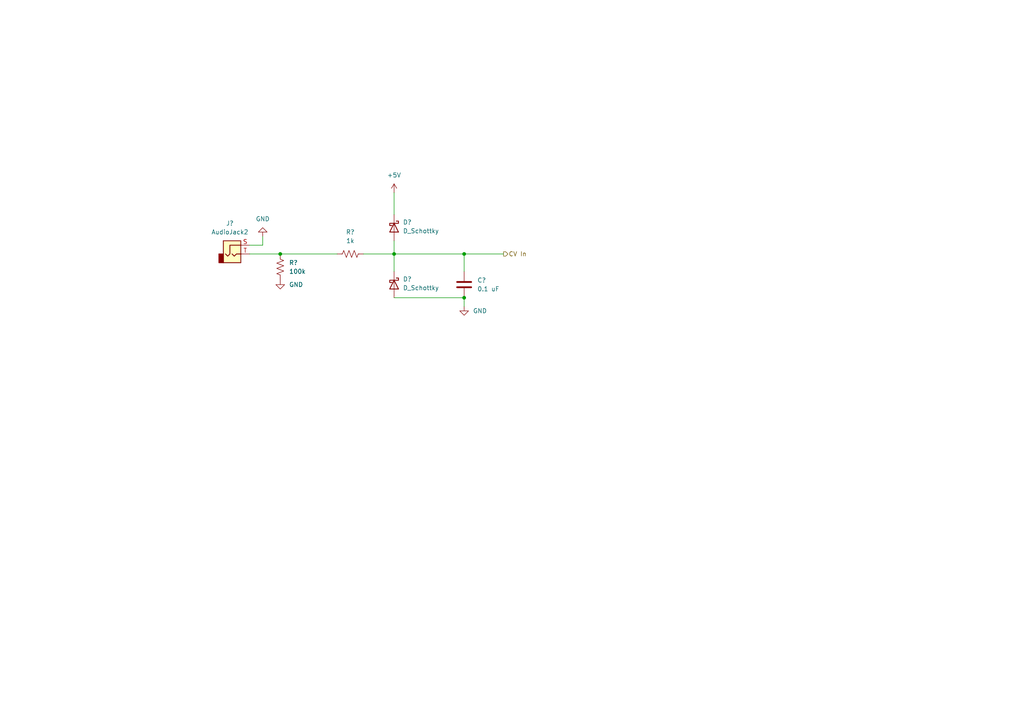
<source format=kicad_sch>
(kicad_sch (version 20211123) (generator eeschema)
  (paper "A4")
  (lib_symbols
    (symbol "Connector:AudioJack2"
      (property "Reference" "J" (at 0 8.89 0))
      (property "Value" "AudioJack2" (at 0 6.35 0))
      (symbol "AudioJack2_0_1"
        (rectangle (start -3.81 0) (end -2.54 -2.54) (stroke (width 0.254)) (fill (type outline)))
        (rectangle (start -2.54 3.81) (end 2.54 -2.54) (stroke (width 0.254)) (fill (type background)))
        (polyline (pts (xy 0 0) (xy 0.635 -0.635) (xy 1.27 0) (xy 2.54 0)) (stroke (width 0.254)))
        (polyline (pts (xy 2.54 2.54) (xy -0.635 2.54) (xy -0.635 0) (xy -1.27 -0.635) (xy -1.905 0)) (stroke (width 0.254)))
      )
      (symbol "AudioJack2_1_1"
        (pin passive line (at 5.08 2.54 180) (length 2.54) (name "~") (number "S"))
        (pin passive line (at 5.08 0 180) (length 2.54) (name "~") (number "T"))
      )
    )
    (symbol "Device:C" (pin_numbers hide) (pin_names (offset 0.254))
      (property "Reference" "C" (at 0.635 2.54 0))
      (property "Value" "C" (at 0.635 -2.54 0))
      (symbol "C_0_1"
        (polyline (pts (xy -2.032 -0.762) (xy 2.032 -0.762)) (stroke (width 0.508)))
        (polyline (pts (xy -2.032 0.762) (xy 2.032 0.762)) (stroke (width 0.508)))
      )
      (symbol "C_1_1"
        (pin passive line (at 0 3.81 270) (length 2.794) (name "~") (number "1"))
        (pin passive line (at 0 -3.81 90) (length 2.794) (name "~") (number "2"))
      )
    )
    (symbol "Device:D_Schottky" (pin_numbers hide) (pin_names (offset 1.016) hide)
      (property "Reference" "D" (at 0 2.54 0))
      (property "Value" "D_Schottky" (at 0 -2.54 0))
      (symbol "D_Schottky_0_1"
        (polyline (pts (xy 1.27 0) (xy -1.27 0)))
        (polyline (pts (xy 1.27 1.27) (xy 1.27 -1.27) (xy -1.27 0) (xy 1.27 1.27)) (stroke (width 0.254)))
        (polyline (pts (xy -1.905 0.635) (xy -1.905 1.27) (xy -1.27 1.27) (xy -1.27 -1.27) (xy -0.635 -1.27) (xy -0.635 -0.635)) (stroke (width 0.254)))
      )
      (symbol "D_Schottky_1_1"
        (pin passive line (at -3.81 0 0) (length 2.54) (name "K") (number "1"))
        (pin passive line (at 3.81 0 180) (length 2.54) (name "A") (number "2"))
      )
    )
    (symbol "Device:R_US" (pin_numbers hide) (pin_names (offset 0))
      (property "Reference" "R" (at 2.54 0 90))
      (property "Value" "R_US" (at -2.54 0 90))
      (symbol "R_US_0_1"
        (polyline (pts (xy 0 -2.286) (xy 0 -2.54)))
        (polyline (pts (xy 0 2.286) (xy 0 2.54)))
        (polyline (pts (xy 0 -0.762) (xy 1.016 -1.143) (xy 0 -1.524) (xy -1.016 -1.905) (xy 0 -2.286)))
        (polyline (pts (xy 0 0.762) (xy 1.016 0.381) (xy 0 0) (xy -1.016 -0.381) (xy 0 -0.762)))
        (polyline (pts (xy 0 2.286) (xy 1.016 1.905) (xy 0 1.524) (xy -1.016 1.143) (xy 0 0.762)))
      )
      (symbol "R_US_1_1"
        (pin passive line (at 0 3.81 270) (length 1.27) (name "~") (number "1"))
        (pin passive line (at 0 -3.81 90) (length 1.27) (name "~") (number "2"))
      )
    )
    (symbol "power:+5V" (power) (pin_names (offset 0))
      (property "Value" "+5V" (at 0 3.556 0))
      (symbol "+5V_0_1"
        (polyline (pts (xy -0.762 1.27) (xy 0 2.54)))
        (polyline (pts (xy 0 0) (xy 0 2.54)))
        (polyline (pts (xy 0 2.54) (xy 0.762 1.27)))
      )
      (symbol "+5V_1_1"
        (pin power_in line (at 0 0 90) (length 0) hide (name "+5V") (number "1"))
      )
    )
    (symbol "power:GND" (power) (pin_names (offset 0))
      (property "Value" "GND" (at 0 -3.81 0))
      (symbol "GND_0_1"
        (polyline (pts (xy 0 0) (xy 0 -1.27) (xy 1.27 -1.27) (xy 0 -2.54) (xy -1.27 -1.27) (xy 0 -1.27)))
      )
      (symbol "GND_1_1"
        (pin power_in line (at 0 0 270) (length 0) hide (name "GND") (number "1"))
      )
    )
  )
  (junction (at 134.62 73.66))
  (junction (at 81.28 73.66))
  (junction (at 114.3 73.66))
  (junction (at 134.62 86.36))
  (wire (pts (xy 72.39 71.12) (xy 76.2 71.12)))
  (wire (pts (xy 134.62 86.36) (xy 134.62 88.9)))
  (wire (pts (xy 134.62 73.66) (xy 146.05 73.66)))
  (wire (pts (xy 81.28 73.66) (xy 97.79 73.66)))
  (wire (pts (xy 114.3 55.88) (xy 114.3 62.23)))
  (wire (pts (xy 134.62 73.66) (xy 134.62 78.74)))
  (wire (pts (xy 114.3 86.36) (xy 134.62 86.36)))
  (wire (pts (xy 114.3 69.85) (xy 114.3 73.66)))
  (wire (pts (xy 76.2 71.12) (xy 76.2 68.58)))
  (wire (pts (xy 72.39 73.66) (xy 81.28 73.66)))
  (wire (pts (xy 105.41 73.66) (xy 114.3 73.66)))
  (wire (pts (xy 114.3 73.66) (xy 134.62 73.66)))
  (wire (pts (xy 114.3 73.66) (xy 114.3 78.74)))
  (hierarchical_label "CV In" (shape output) (at 146.05 73.66 0))
  (symbol (lib_id "Device:C") (at 134.62 82.55 0) (unit 1)
    (property "Reference" "C?" (at 138.43 81.2799 0) (effects (justify left)))
    (property "Value" "0.1 uF" (at 138.43 83.8199 0) (effects (justify left)))
  )
  (symbol (lib_id "power:GND") (at 134.62 88.9 0) (unit 1)
    (property "Reference" "#PWR?" (effects hide))
    (property "Value" "GND" (at 137.16 90.1699 0) (effects (justify left)))
  )
  (symbol (lib_id "Connector:AudioJack2") (at 67.31 73.66 0) (unit 1)
    (property "Reference" "J?" (at 66.675 64.77 0))
    (property "Value" "AudioJack2" (at 66.675 67.31 0))
  )
  (symbol (lib_id "Device:D_Schottky") (at 114.3 82.55 270) (unit 1)
    (property "Reference" "D?" (at 116.84 80.9624 90) (effects (justify left)))
    (property "Value" "D_Schottky" (at 116.84 83.5024 90) (effects (justify left)))
  )
  (symbol (lib_id "Device:R_US") (at 81.28 77.47 180) (unit 1)
    (property "Reference" "R?" (at 83.82 76.2 0) (effects (justify right)))
    (property "Value" "100k" (at 83.82 78.74 0) (effects (justify right)))
  )
  (symbol (lib_id "Device:R_US") (at 101.6 73.66 270) (unit 1)
    (property "Reference" "R?" (at 101.6 67.31 90))
    (property "Value" "1k" (at 101.6 69.85 90))
  )
  (symbol (lib_id "power:+5V") (at 114.3 55.88 0) (unit 1)
    (property "Reference" "#PWR?" (effects hide))
    (property "Value" "+5V" (at 114.3 50.8 0))
  )
  (symbol (lib_id "power:GND") (at 76.2 68.58 180) (unit 1)
    (property "Reference" "#PWR?" (effects hide))
    (property "Value" "GND" (at 76.2 63.5 0))
  )
  (symbol (lib_id "power:GND") (at 81.28 81.28 0) (unit 1)
    (property "Reference" "#PWR?" (effects hide))
    (property "Value" "GND" (at 83.82 82.5499 0) (effects (justify left)))
  )
  (symbol (lib_id "Device:D_Schottky") (at 114.3 66.04 270) (unit 1)
    (property "Reference" "D?" (at 116.84 64.4524 90) (effects (justify left)))
    (property "Value" "D_Schottky" (at 116.84 66.9924 90) (effects (justify left)))
  )
)
</source>
